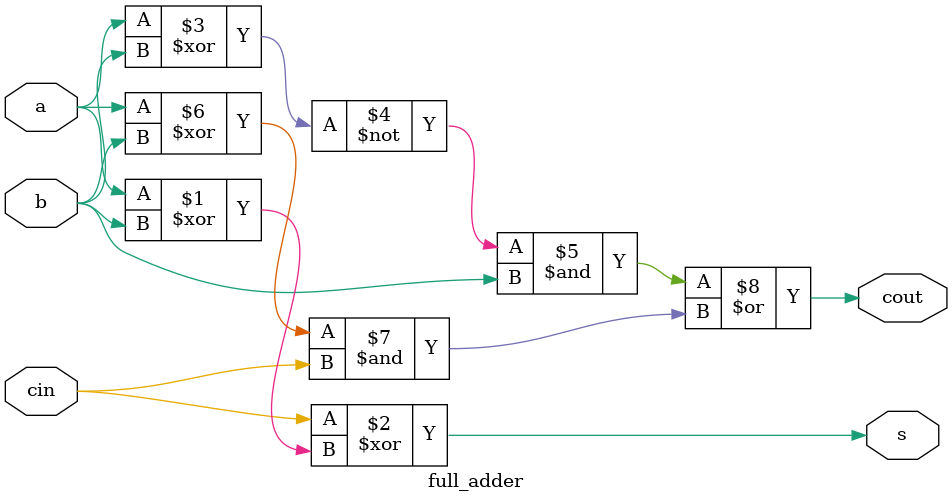
<source format=v>
module part3(SW, LEDR);
	input [9:0] SW;
	output [9:0] LEDR;
	
	wire [3:0] A, B;
	wire cin, c1, c2, c3;
	
	assign A = SW[7:4];
	assign B = SW[3:0];
	assign cin = SW[8];
	
	full_adder out1(A[0], B[0], cin, c1, LEDR[0]);
	full_adder out2(A[1], B[1], c1, c2, LEDR[1]);
	full_adder out3(A[2], B[2], c2, c3, LEDR[2]);
	full_adder out4(A[3], B[3], c3, LEDR[4], LEDR[3]);
	
endmodule

module full_adder(a, b, cin, cout, s);
	input a, b, cin;
	output s, cout;
	
	assign s = cin ^ (a ^ b);
	assign cout = (~(a ^ b) & b) | ((a ^ b) & cin);	
	
endmodule
</source>
